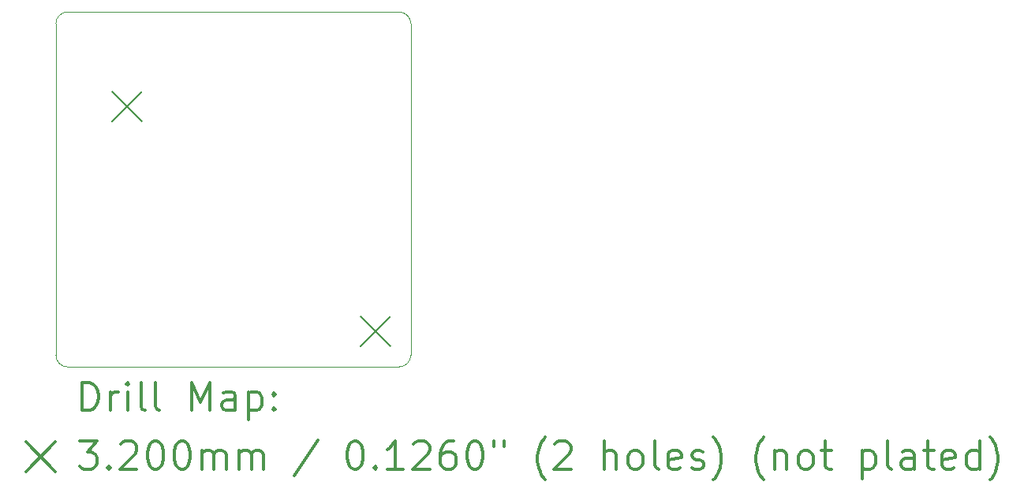
<source format=gbr>
%FSLAX45Y45*%
G04 Gerber Fmt 4.5, Leading zero omitted, Abs format (unit mm)*
G04 Created by KiCad (PCBNEW 5.1.10) date 2021-05-04 21:10:54*
%MOMM*%
%LPD*%
G01*
G04 APERTURE LIST*
%TA.AperFunction,Profile*%
%ADD10C,0.050000*%
%TD*%
%ADD11C,0.200000*%
%ADD12C,0.300000*%
G04 APERTURE END LIST*
D10*
X11557000Y-8890000D02*
G75*
G02*
X11684000Y-8763000I127000J0D01*
G01*
X11684000Y-12573000D02*
G75*
G02*
X11557000Y-12446000I0J127000D01*
G01*
X15367000Y-12446000D02*
G75*
G02*
X15240000Y-12573000I-127000J0D01*
G01*
X15240000Y-8763000D02*
G75*
G02*
X15367000Y-8890000I0J-127000D01*
G01*
X15367000Y-12446000D02*
X15367000Y-12446000D01*
X11557000Y-12446000D02*
X11557000Y-8890000D01*
X15240000Y-12573000D02*
X11684000Y-12573000D01*
X15367000Y-8890000D02*
X15367000Y-12446000D01*
X11684000Y-8763000D02*
X15240000Y-8763000D01*
D11*
X12159000Y-9619000D02*
X12479000Y-9939000D01*
X12479000Y-9619000D02*
X12159000Y-9939000D01*
X14826000Y-12032000D02*
X15146000Y-12352000D01*
X15146000Y-12032000D02*
X14826000Y-12352000D01*
D12*
X11840928Y-13041214D02*
X11840928Y-12741214D01*
X11912357Y-12741214D01*
X11955214Y-12755500D01*
X11983786Y-12784071D01*
X11998071Y-12812643D01*
X12012357Y-12869786D01*
X12012357Y-12912643D01*
X11998071Y-12969786D01*
X11983786Y-12998357D01*
X11955214Y-13026929D01*
X11912357Y-13041214D01*
X11840928Y-13041214D01*
X12140928Y-13041214D02*
X12140928Y-12841214D01*
X12140928Y-12898357D02*
X12155214Y-12869786D01*
X12169500Y-12855500D01*
X12198071Y-12841214D01*
X12226643Y-12841214D01*
X12326643Y-13041214D02*
X12326643Y-12841214D01*
X12326643Y-12741214D02*
X12312357Y-12755500D01*
X12326643Y-12769786D01*
X12340928Y-12755500D01*
X12326643Y-12741214D01*
X12326643Y-12769786D01*
X12512357Y-13041214D02*
X12483786Y-13026929D01*
X12469500Y-12998357D01*
X12469500Y-12741214D01*
X12669500Y-13041214D02*
X12640928Y-13026929D01*
X12626643Y-12998357D01*
X12626643Y-12741214D01*
X13012357Y-13041214D02*
X13012357Y-12741214D01*
X13112357Y-12955500D01*
X13212357Y-12741214D01*
X13212357Y-13041214D01*
X13483786Y-13041214D02*
X13483786Y-12884071D01*
X13469500Y-12855500D01*
X13440928Y-12841214D01*
X13383786Y-12841214D01*
X13355214Y-12855500D01*
X13483786Y-13026929D02*
X13455214Y-13041214D01*
X13383786Y-13041214D01*
X13355214Y-13026929D01*
X13340928Y-12998357D01*
X13340928Y-12969786D01*
X13355214Y-12941214D01*
X13383786Y-12926929D01*
X13455214Y-12926929D01*
X13483786Y-12912643D01*
X13626643Y-12841214D02*
X13626643Y-13141214D01*
X13626643Y-12855500D02*
X13655214Y-12841214D01*
X13712357Y-12841214D01*
X13740928Y-12855500D01*
X13755214Y-12869786D01*
X13769500Y-12898357D01*
X13769500Y-12984071D01*
X13755214Y-13012643D01*
X13740928Y-13026929D01*
X13712357Y-13041214D01*
X13655214Y-13041214D01*
X13626643Y-13026929D01*
X13898071Y-13012643D02*
X13912357Y-13026929D01*
X13898071Y-13041214D01*
X13883786Y-13026929D01*
X13898071Y-13012643D01*
X13898071Y-13041214D01*
X13898071Y-12855500D02*
X13912357Y-12869786D01*
X13898071Y-12884071D01*
X13883786Y-12869786D01*
X13898071Y-12855500D01*
X13898071Y-12884071D01*
X11234500Y-13375500D02*
X11554500Y-13695500D01*
X11554500Y-13375500D02*
X11234500Y-13695500D01*
X11812357Y-13371214D02*
X11998071Y-13371214D01*
X11898071Y-13485500D01*
X11940928Y-13485500D01*
X11969500Y-13499786D01*
X11983786Y-13514071D01*
X11998071Y-13542643D01*
X11998071Y-13614071D01*
X11983786Y-13642643D01*
X11969500Y-13656929D01*
X11940928Y-13671214D01*
X11855214Y-13671214D01*
X11826643Y-13656929D01*
X11812357Y-13642643D01*
X12126643Y-13642643D02*
X12140928Y-13656929D01*
X12126643Y-13671214D01*
X12112357Y-13656929D01*
X12126643Y-13642643D01*
X12126643Y-13671214D01*
X12255214Y-13399786D02*
X12269500Y-13385500D01*
X12298071Y-13371214D01*
X12369500Y-13371214D01*
X12398071Y-13385500D01*
X12412357Y-13399786D01*
X12426643Y-13428357D01*
X12426643Y-13456929D01*
X12412357Y-13499786D01*
X12240928Y-13671214D01*
X12426643Y-13671214D01*
X12612357Y-13371214D02*
X12640928Y-13371214D01*
X12669500Y-13385500D01*
X12683786Y-13399786D01*
X12698071Y-13428357D01*
X12712357Y-13485500D01*
X12712357Y-13556929D01*
X12698071Y-13614071D01*
X12683786Y-13642643D01*
X12669500Y-13656929D01*
X12640928Y-13671214D01*
X12612357Y-13671214D01*
X12583786Y-13656929D01*
X12569500Y-13642643D01*
X12555214Y-13614071D01*
X12540928Y-13556929D01*
X12540928Y-13485500D01*
X12555214Y-13428357D01*
X12569500Y-13399786D01*
X12583786Y-13385500D01*
X12612357Y-13371214D01*
X12898071Y-13371214D02*
X12926643Y-13371214D01*
X12955214Y-13385500D01*
X12969500Y-13399786D01*
X12983786Y-13428357D01*
X12998071Y-13485500D01*
X12998071Y-13556929D01*
X12983786Y-13614071D01*
X12969500Y-13642643D01*
X12955214Y-13656929D01*
X12926643Y-13671214D01*
X12898071Y-13671214D01*
X12869500Y-13656929D01*
X12855214Y-13642643D01*
X12840928Y-13614071D01*
X12826643Y-13556929D01*
X12826643Y-13485500D01*
X12840928Y-13428357D01*
X12855214Y-13399786D01*
X12869500Y-13385500D01*
X12898071Y-13371214D01*
X13126643Y-13671214D02*
X13126643Y-13471214D01*
X13126643Y-13499786D02*
X13140928Y-13485500D01*
X13169500Y-13471214D01*
X13212357Y-13471214D01*
X13240928Y-13485500D01*
X13255214Y-13514071D01*
X13255214Y-13671214D01*
X13255214Y-13514071D02*
X13269500Y-13485500D01*
X13298071Y-13471214D01*
X13340928Y-13471214D01*
X13369500Y-13485500D01*
X13383786Y-13514071D01*
X13383786Y-13671214D01*
X13526643Y-13671214D02*
X13526643Y-13471214D01*
X13526643Y-13499786D02*
X13540928Y-13485500D01*
X13569500Y-13471214D01*
X13612357Y-13471214D01*
X13640928Y-13485500D01*
X13655214Y-13514071D01*
X13655214Y-13671214D01*
X13655214Y-13514071D02*
X13669500Y-13485500D01*
X13698071Y-13471214D01*
X13740928Y-13471214D01*
X13769500Y-13485500D01*
X13783786Y-13514071D01*
X13783786Y-13671214D01*
X14369500Y-13356929D02*
X14112357Y-13742643D01*
X14755214Y-13371214D02*
X14783786Y-13371214D01*
X14812357Y-13385500D01*
X14826643Y-13399786D01*
X14840928Y-13428357D01*
X14855214Y-13485500D01*
X14855214Y-13556929D01*
X14840928Y-13614071D01*
X14826643Y-13642643D01*
X14812357Y-13656929D01*
X14783786Y-13671214D01*
X14755214Y-13671214D01*
X14726643Y-13656929D01*
X14712357Y-13642643D01*
X14698071Y-13614071D01*
X14683786Y-13556929D01*
X14683786Y-13485500D01*
X14698071Y-13428357D01*
X14712357Y-13399786D01*
X14726643Y-13385500D01*
X14755214Y-13371214D01*
X14983786Y-13642643D02*
X14998071Y-13656929D01*
X14983786Y-13671214D01*
X14969500Y-13656929D01*
X14983786Y-13642643D01*
X14983786Y-13671214D01*
X15283786Y-13671214D02*
X15112357Y-13671214D01*
X15198071Y-13671214D02*
X15198071Y-13371214D01*
X15169500Y-13414071D01*
X15140928Y-13442643D01*
X15112357Y-13456929D01*
X15398071Y-13399786D02*
X15412357Y-13385500D01*
X15440928Y-13371214D01*
X15512357Y-13371214D01*
X15540928Y-13385500D01*
X15555214Y-13399786D01*
X15569500Y-13428357D01*
X15569500Y-13456929D01*
X15555214Y-13499786D01*
X15383786Y-13671214D01*
X15569500Y-13671214D01*
X15826643Y-13371214D02*
X15769500Y-13371214D01*
X15740928Y-13385500D01*
X15726643Y-13399786D01*
X15698071Y-13442643D01*
X15683786Y-13499786D01*
X15683786Y-13614071D01*
X15698071Y-13642643D01*
X15712357Y-13656929D01*
X15740928Y-13671214D01*
X15798071Y-13671214D01*
X15826643Y-13656929D01*
X15840928Y-13642643D01*
X15855214Y-13614071D01*
X15855214Y-13542643D01*
X15840928Y-13514071D01*
X15826643Y-13499786D01*
X15798071Y-13485500D01*
X15740928Y-13485500D01*
X15712357Y-13499786D01*
X15698071Y-13514071D01*
X15683786Y-13542643D01*
X16040928Y-13371214D02*
X16069500Y-13371214D01*
X16098071Y-13385500D01*
X16112357Y-13399786D01*
X16126643Y-13428357D01*
X16140928Y-13485500D01*
X16140928Y-13556929D01*
X16126643Y-13614071D01*
X16112357Y-13642643D01*
X16098071Y-13656929D01*
X16069500Y-13671214D01*
X16040928Y-13671214D01*
X16012357Y-13656929D01*
X15998071Y-13642643D01*
X15983786Y-13614071D01*
X15969500Y-13556929D01*
X15969500Y-13485500D01*
X15983786Y-13428357D01*
X15998071Y-13399786D01*
X16012357Y-13385500D01*
X16040928Y-13371214D01*
X16255214Y-13371214D02*
X16255214Y-13428357D01*
X16369500Y-13371214D02*
X16369500Y-13428357D01*
X16812357Y-13785500D02*
X16798071Y-13771214D01*
X16769500Y-13728357D01*
X16755214Y-13699786D01*
X16740928Y-13656929D01*
X16726643Y-13585500D01*
X16726643Y-13528357D01*
X16740928Y-13456929D01*
X16755214Y-13414071D01*
X16769500Y-13385500D01*
X16798071Y-13342643D01*
X16812357Y-13328357D01*
X16912357Y-13399786D02*
X16926643Y-13385500D01*
X16955214Y-13371214D01*
X17026643Y-13371214D01*
X17055214Y-13385500D01*
X17069500Y-13399786D01*
X17083786Y-13428357D01*
X17083786Y-13456929D01*
X17069500Y-13499786D01*
X16898071Y-13671214D01*
X17083786Y-13671214D01*
X17440928Y-13671214D02*
X17440928Y-13371214D01*
X17569500Y-13671214D02*
X17569500Y-13514071D01*
X17555214Y-13485500D01*
X17526643Y-13471214D01*
X17483786Y-13471214D01*
X17455214Y-13485500D01*
X17440928Y-13499786D01*
X17755214Y-13671214D02*
X17726643Y-13656929D01*
X17712357Y-13642643D01*
X17698071Y-13614071D01*
X17698071Y-13528357D01*
X17712357Y-13499786D01*
X17726643Y-13485500D01*
X17755214Y-13471214D01*
X17798071Y-13471214D01*
X17826643Y-13485500D01*
X17840928Y-13499786D01*
X17855214Y-13528357D01*
X17855214Y-13614071D01*
X17840928Y-13642643D01*
X17826643Y-13656929D01*
X17798071Y-13671214D01*
X17755214Y-13671214D01*
X18026643Y-13671214D02*
X17998071Y-13656929D01*
X17983786Y-13628357D01*
X17983786Y-13371214D01*
X18255214Y-13656929D02*
X18226643Y-13671214D01*
X18169500Y-13671214D01*
X18140928Y-13656929D01*
X18126643Y-13628357D01*
X18126643Y-13514071D01*
X18140928Y-13485500D01*
X18169500Y-13471214D01*
X18226643Y-13471214D01*
X18255214Y-13485500D01*
X18269500Y-13514071D01*
X18269500Y-13542643D01*
X18126643Y-13571214D01*
X18383786Y-13656929D02*
X18412357Y-13671214D01*
X18469500Y-13671214D01*
X18498071Y-13656929D01*
X18512357Y-13628357D01*
X18512357Y-13614071D01*
X18498071Y-13585500D01*
X18469500Y-13571214D01*
X18426643Y-13571214D01*
X18398071Y-13556929D01*
X18383786Y-13528357D01*
X18383786Y-13514071D01*
X18398071Y-13485500D01*
X18426643Y-13471214D01*
X18469500Y-13471214D01*
X18498071Y-13485500D01*
X18612357Y-13785500D02*
X18626643Y-13771214D01*
X18655214Y-13728357D01*
X18669500Y-13699786D01*
X18683786Y-13656929D01*
X18698071Y-13585500D01*
X18698071Y-13528357D01*
X18683786Y-13456929D01*
X18669500Y-13414071D01*
X18655214Y-13385500D01*
X18626643Y-13342643D01*
X18612357Y-13328357D01*
X19155214Y-13785500D02*
X19140928Y-13771214D01*
X19112357Y-13728357D01*
X19098071Y-13699786D01*
X19083786Y-13656929D01*
X19069500Y-13585500D01*
X19069500Y-13528357D01*
X19083786Y-13456929D01*
X19098071Y-13414071D01*
X19112357Y-13385500D01*
X19140928Y-13342643D01*
X19155214Y-13328357D01*
X19269500Y-13471214D02*
X19269500Y-13671214D01*
X19269500Y-13499786D02*
X19283786Y-13485500D01*
X19312357Y-13471214D01*
X19355214Y-13471214D01*
X19383786Y-13485500D01*
X19398071Y-13514071D01*
X19398071Y-13671214D01*
X19583786Y-13671214D02*
X19555214Y-13656929D01*
X19540928Y-13642643D01*
X19526643Y-13614071D01*
X19526643Y-13528357D01*
X19540928Y-13499786D01*
X19555214Y-13485500D01*
X19583786Y-13471214D01*
X19626643Y-13471214D01*
X19655214Y-13485500D01*
X19669500Y-13499786D01*
X19683786Y-13528357D01*
X19683786Y-13614071D01*
X19669500Y-13642643D01*
X19655214Y-13656929D01*
X19626643Y-13671214D01*
X19583786Y-13671214D01*
X19769500Y-13471214D02*
X19883786Y-13471214D01*
X19812357Y-13371214D02*
X19812357Y-13628357D01*
X19826643Y-13656929D01*
X19855214Y-13671214D01*
X19883786Y-13671214D01*
X20212357Y-13471214D02*
X20212357Y-13771214D01*
X20212357Y-13485500D02*
X20240928Y-13471214D01*
X20298071Y-13471214D01*
X20326643Y-13485500D01*
X20340928Y-13499786D01*
X20355214Y-13528357D01*
X20355214Y-13614071D01*
X20340928Y-13642643D01*
X20326643Y-13656929D01*
X20298071Y-13671214D01*
X20240928Y-13671214D01*
X20212357Y-13656929D01*
X20526643Y-13671214D02*
X20498071Y-13656929D01*
X20483786Y-13628357D01*
X20483786Y-13371214D01*
X20769500Y-13671214D02*
X20769500Y-13514071D01*
X20755214Y-13485500D01*
X20726643Y-13471214D01*
X20669500Y-13471214D01*
X20640928Y-13485500D01*
X20769500Y-13656929D02*
X20740928Y-13671214D01*
X20669500Y-13671214D01*
X20640928Y-13656929D01*
X20626643Y-13628357D01*
X20626643Y-13599786D01*
X20640928Y-13571214D01*
X20669500Y-13556929D01*
X20740928Y-13556929D01*
X20769500Y-13542643D01*
X20869500Y-13471214D02*
X20983786Y-13471214D01*
X20912357Y-13371214D02*
X20912357Y-13628357D01*
X20926643Y-13656929D01*
X20955214Y-13671214D01*
X20983786Y-13671214D01*
X21198071Y-13656929D02*
X21169500Y-13671214D01*
X21112357Y-13671214D01*
X21083786Y-13656929D01*
X21069500Y-13628357D01*
X21069500Y-13514071D01*
X21083786Y-13485500D01*
X21112357Y-13471214D01*
X21169500Y-13471214D01*
X21198071Y-13485500D01*
X21212357Y-13514071D01*
X21212357Y-13542643D01*
X21069500Y-13571214D01*
X21469500Y-13671214D02*
X21469500Y-13371214D01*
X21469500Y-13656929D02*
X21440928Y-13671214D01*
X21383786Y-13671214D01*
X21355214Y-13656929D01*
X21340928Y-13642643D01*
X21326643Y-13614071D01*
X21326643Y-13528357D01*
X21340928Y-13499786D01*
X21355214Y-13485500D01*
X21383786Y-13471214D01*
X21440928Y-13471214D01*
X21469500Y-13485500D01*
X21583786Y-13785500D02*
X21598071Y-13771214D01*
X21626643Y-13728357D01*
X21640928Y-13699786D01*
X21655214Y-13656929D01*
X21669500Y-13585500D01*
X21669500Y-13528357D01*
X21655214Y-13456929D01*
X21640928Y-13414071D01*
X21626643Y-13385500D01*
X21598071Y-13342643D01*
X21583786Y-13328357D01*
M02*

</source>
